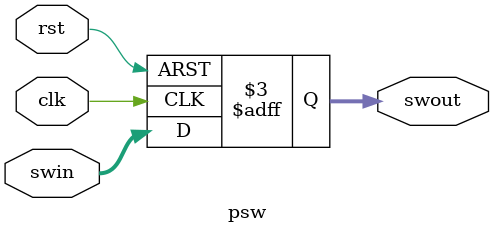
<source format=v>
module psw(swout,swin,clk,rst); //asynchronous reset 4-bit register
	output reg [3:0] swout;
	input [3:0] swin;
	input clk,rst;
	always @(posedge clk or negedge rst)
		begin
			if(!rst)
				swout <= 4'b0000;
			else
				swout <= swin;
		end
endmodule

				
			
</source>
